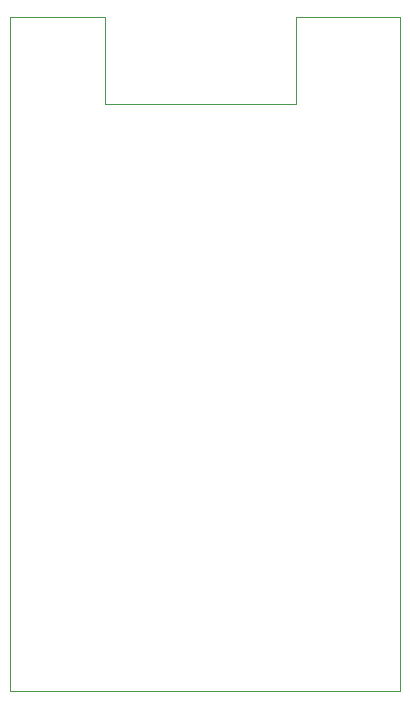
<source format=gm1>
%TF.GenerationSoftware,KiCad,Pcbnew,(6.0.5)*%
%TF.CreationDate,2023-06-01T20:28:18+03:00*%
%TF.ProjectId,led-controller,6c65642d-636f-46e7-9472-6f6c6c65722e,rev?*%
%TF.SameCoordinates,Original*%
%TF.FileFunction,Profile,NP*%
%FSLAX46Y46*%
G04 Gerber Fmt 4.6, Leading zero omitted, Abs format (unit mm)*
G04 Created by KiCad (PCBNEW (6.0.5)) date 2023-06-01 20:28:18*
%MOMM*%
%LPD*%
G01*
G04 APERTURE LIST*
%TA.AperFunction,Profile*%
%ADD10C,0.100000*%
%TD*%
G04 APERTURE END LIST*
D10*
X88500000Y-126500000D02*
X88500000Y-107100000D01*
X88500000Y-107100000D02*
X88500000Y-69500000D01*
X112700000Y-76800000D02*
X112700000Y-69500000D01*
X96500000Y-69500000D02*
X96500000Y-76800000D01*
X88500000Y-69500000D02*
X96500000Y-69500000D01*
X112700000Y-69500000D02*
X121500000Y-69500000D01*
X121000000Y-126500000D02*
X121500000Y-126500000D01*
X96500000Y-76800000D02*
X112700000Y-76800000D01*
X121500000Y-126500000D02*
X121500000Y-69500000D01*
X121000000Y-126500000D02*
X88500000Y-126500000D01*
M02*

</source>
